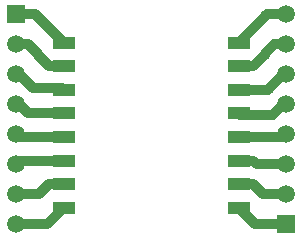
<source format=gtl>
G04 Layer_Physical_Order=1*
G04 Layer_Color=255*
%FSLAX25Y25*%
%MOIN*%
G70*
G01*
G75*
%ADD10R,0.07700X0.04200*%
%ADD11C,0.03200*%
%ADD12R,0.05906X0.05906*%
%ADD13C,0.05906*%
D10*
X79200Y65600D02*
D03*
Y57700D02*
D03*
Y49900D02*
D03*
Y42000D02*
D03*
Y34063D02*
D03*
Y26189D02*
D03*
Y18315D02*
D03*
Y10441D02*
D03*
X20866D02*
D03*
Y18315D02*
D03*
Y26189D02*
D03*
Y34063D02*
D03*
Y42000D02*
D03*
Y49900D02*
D03*
Y57700D02*
D03*
Y65600D02*
D03*
D11*
X84641Y5000D02*
X95000D01*
X79200Y10441D02*
X84641Y5000D01*
X87379Y15000D02*
X95000D01*
Y25000D02*
Y25215D01*
X88900Y49900D02*
X94000Y55000D01*
X79200Y49900D02*
X88900D01*
X94000Y55000D02*
X95000D01*
X79200Y42000D02*
X79718Y41482D01*
X90518D01*
X94036Y45000D01*
X95000D01*
X94063Y34063D02*
X95000Y35000D01*
X79200Y34063D02*
X94063D01*
X88600Y75000D02*
X95000D01*
X79200Y65600D02*
X88600Y75000D01*
X5000Y5000D02*
X15425D01*
X20866Y10441D01*
X5000Y25000D02*
X6189Y26189D01*
X20866D01*
X11466Y75000D02*
X20866Y65600D01*
X5000Y75000D02*
X11466D01*
X5000Y15000D02*
X12687D01*
X16002Y18315D01*
X20866D01*
X79200Y57700D02*
X84038D01*
X87850Y61512D01*
Y61850D01*
X91000Y65000D01*
X95000D01*
X20866Y42000D02*
Y42100D01*
X20366Y50400D02*
X20866Y49900D01*
X5000Y35000D02*
X5937Y34063D01*
X20866D01*
X8964Y42000D02*
X20866D01*
X5000Y65000D02*
X9000D01*
X12216Y61784D01*
Y61512D02*
Y61784D01*
Y61512D02*
X16028Y57700D01*
X20866D01*
X5000Y55000D02*
X5964D01*
X10564Y50400D01*
X20366D01*
X5000Y45000D02*
X5964D01*
X8964Y42000D01*
X79200Y18315D02*
X84064D01*
X87379Y15000D01*
X79200Y26189D02*
X84064D01*
X85253Y25000D01*
X95000D01*
D12*
X5000Y75000D02*
D03*
X95000Y5000D02*
D03*
D13*
X5000Y65000D02*
D03*
Y55000D02*
D03*
Y45000D02*
D03*
Y35000D02*
D03*
Y25000D02*
D03*
Y15000D02*
D03*
Y5000D02*
D03*
X95000Y15000D02*
D03*
Y25000D02*
D03*
Y35000D02*
D03*
Y45000D02*
D03*
Y55000D02*
D03*
Y65000D02*
D03*
Y75000D02*
D03*
M02*

</source>
